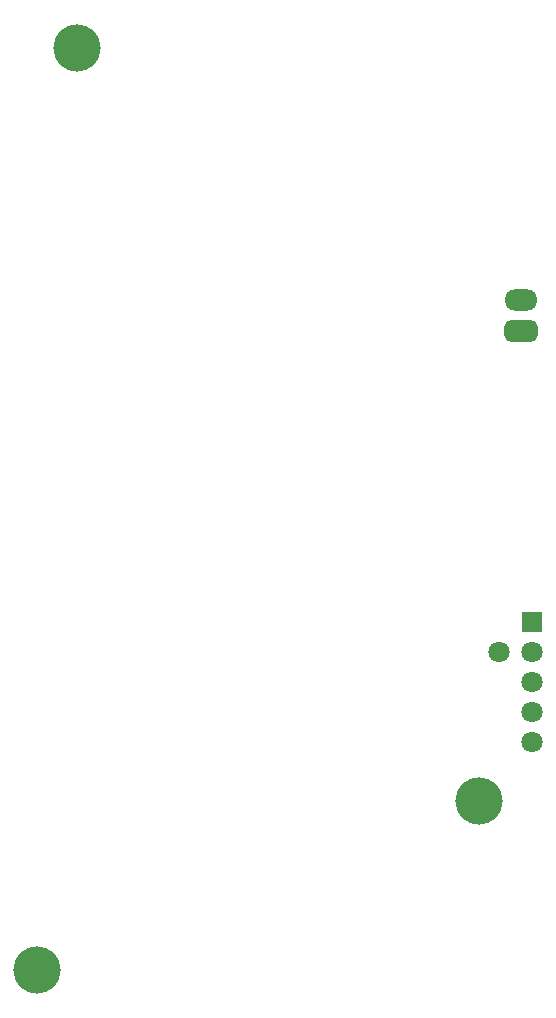
<source format=gts>
G04*
G04 #@! TF.GenerationSoftware,Altium Limited,Altium Designer,20.2.6 (244)*
G04*
G04 Layer_Color=8388736*
%FSLAX43Y43*%
%MOMM*%
G71*
G04*
G04 #@! TF.SameCoordinates,C84C0C97-952F-48A7-9790-35694251DD82*
G04*
G04*
G04 #@! TF.FilePolarity,Negative*
G04*
G01*
G75*
%ADD10O,2.803X1.803*%
G04:AMPARAMS|DCode=11|XSize=2.803mm|YSize=1.803mm|CornerRadius=0.502mm|HoleSize=0mm|Usage=FLASHONLY|Rotation=0.000|XOffset=0mm|YOffset=0mm|HoleType=Round|Shape=RoundedRectangle|*
%AMROUNDEDRECTD11*
21,1,2.803,0.800,0,0,0.0*
21,1,1.800,1.803,0,0,0.0*
1,1,1.003,0.900,-0.400*
1,1,1.003,-0.900,-0.400*
1,1,1.003,-0.900,0.400*
1,1,1.003,0.900,0.400*
%
%ADD11ROUNDEDRECTD11*%
%ADD12C,1.803*%
%ADD13R,1.803X1.803*%
%ADD14C,3.997*%
D10*
X76529Y60275D02*
D03*
D11*
Y57675D02*
D03*
D12*
X74676Y30480D02*
D03*
X77470Y22860D02*
D03*
Y25400D02*
D03*
Y27940D02*
D03*
Y30480D02*
D03*
D13*
Y33020D02*
D03*
D14*
X35560Y3556D02*
D03*
X73025Y17907D02*
D03*
X38989Y81661D02*
D03*
M02*

</source>
